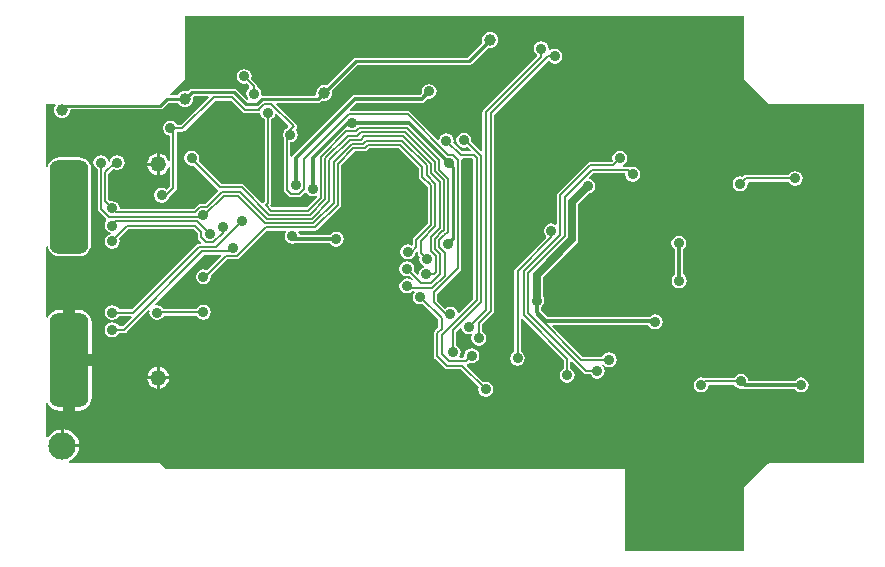
<source format=gbl>
G04 Layer_Physical_Order=2*
G04 Layer_Color=16711680*
%FSLAX25Y25*%
%MOIN*%
G70*
G01*
G75*
%ADD13C,0.01000*%
%ADD96C,0.00700*%
%ADD97C,0.00800*%
%ADD98C,0.01200*%
%ADD108C,0.05200*%
G04:AMPARAMS|DCode=109|XSize=86.61mil|YSize=173.23mil|CornerRadius=4.33mil|HoleSize=0mil|Usage=FLASHONLY|Rotation=180.000|XOffset=0mil|YOffset=0mil|HoleType=Round|Shape=RoundedRectangle|*
%AMROUNDEDRECTD109*
21,1,0.08661,0.16457,0,0,180.0*
21,1,0.07795,0.17323,0,0,180.0*
1,1,0.00866,-0.03898,0.08228*
1,1,0.00866,0.03898,0.08228*
1,1,0.00866,0.03898,-0.08228*
1,1,0.00866,-0.03898,-0.08228*
%
%ADD109ROUNDEDRECTD109*%
G04:AMPARAMS|DCode=110|XSize=129.92mil|YSize=314.96mil|CornerRadius=32.48mil|HoleSize=0mil|Usage=FLASHONLY|Rotation=0.000|XOffset=0mil|YOffset=0mil|HoleType=Round|Shape=RoundedRectangle|*
%AMROUNDEDRECTD110*
21,1,0.12992,0.25000,0,0,0.0*
21,1,0.06496,0.31496,0,0,0.0*
1,1,0.06496,0.03248,-0.12500*
1,1,0.06496,-0.03248,-0.12500*
1,1,0.06496,-0.03248,0.12500*
1,1,0.06496,0.03248,0.12500*
%
%ADD110ROUNDEDRECTD110*%
%ADD111C,0.09100*%
%ADD112C,0.03940*%
%ADD113C,0.03500*%
%ADD114C,0.02559*%
G36*
X81664Y52580D02*
Y52081D01*
X81607Y52024D01*
X81543Y51928D01*
X81444Y51908D01*
X80634Y51366D01*
X80092Y50556D01*
X79902Y49600D01*
X80092Y48644D01*
X80128Y48590D01*
Y31319D01*
X80128Y31319D01*
X80214Y30890D01*
X80457Y30526D01*
X81926Y29057D01*
X81926Y29057D01*
X82290Y28814D01*
X82719Y28728D01*
X82720Y28728D01*
X85280D01*
X85281Y28728D01*
X85710Y28814D01*
X86074Y29057D01*
X87281Y30264D01*
X87779Y30215D01*
X88034Y29834D01*
X88844Y29292D01*
X89800Y29102D01*
X90756Y29292D01*
X90762Y29296D01*
X91295Y29051D01*
X91321Y28835D01*
X87857Y25371D01*
X76343D01*
X75614Y26100D01*
X75657Y26143D01*
X75889Y26490D01*
X75971Y26900D01*
Y54669D01*
X76666Y55134D01*
X77208Y55944D01*
X77286Y56335D01*
X77764Y56480D01*
X81664Y52580D01*
D02*
G37*
G36*
X143378Y41435D02*
Y-5084D01*
X138634Y-9828D01*
X138091Y-9664D01*
X138008Y-9244D01*
X137466Y-8434D01*
X136656Y-7892D01*
X135700Y-7702D01*
X134744Y-7892D01*
X133985Y-8399D01*
X131422Y-5835D01*
Y-3365D01*
X139093Y4307D01*
X139093Y4307D01*
X139336Y4671D01*
X139422Y5100D01*
X139422Y5100D01*
Y41200D01*
X139406Y41278D01*
X139792Y41778D01*
X143035D01*
X143378Y41435D01*
D02*
G37*
G36*
X233429Y68600D02*
X233511Y68190D01*
X233743Y67843D01*
X241543Y60043D01*
X241543Y60043D01*
X241890Y59811D01*
X242300Y59729D01*
X242300Y59729D01*
X273729D01*
Y-59729D01*
X242300D01*
X242300Y-59729D01*
X241890Y-59811D01*
X241543Y-60043D01*
X241543Y-60043D01*
X233743Y-67843D01*
X233511Y-68190D01*
X233429Y-68600D01*
Y-89229D01*
X194000D01*
Y-61900D01*
X41014D01*
X39157Y-60043D01*
X38810Y-59811D01*
X38400Y-59729D01*
X8619D01*
X8519Y-59229D01*
X9199Y-58948D01*
X10358Y-58058D01*
X11248Y-56899D01*
X11807Y-55549D01*
X11932Y-54600D01*
X6400D01*
Y-54100D01*
X5900D01*
Y-48568D01*
X4951Y-48693D01*
X3601Y-49252D01*
X2442Y-50142D01*
X1571Y-51277D01*
X1540Y-51279D01*
X1071Y-51016D01*
Y-39920D01*
X1571Y-39821D01*
X1741Y-40233D01*
X2422Y-41120D01*
X3310Y-41801D01*
X4343Y-42229D01*
X5452Y-42375D01*
X6700D01*
Y-25591D01*
Y-8806D01*
X5452D01*
X4343Y-8952D01*
X3310Y-9380D01*
X2422Y-10061D01*
X1741Y-10948D01*
X1571Y-11360D01*
X1071Y-11261D01*
Y0D01*
Y12293D01*
X1571Y12326D01*
X1606Y12060D01*
X2003Y11100D01*
X2636Y10275D01*
X3461Y9642D01*
X4421Y9244D01*
X5452Y9109D01*
X11948D01*
X12979Y9244D01*
X13939Y9642D01*
X14764Y10275D01*
X15397Y11100D01*
X15794Y12060D01*
X15930Y13091D01*
Y38091D01*
X15794Y39121D01*
X15397Y40082D01*
X14764Y40906D01*
X13939Y41539D01*
X12979Y41937D01*
X11948Y42073D01*
X5452D01*
X4421Y41937D01*
X3461Y41539D01*
X2636Y40906D01*
X2003Y40082D01*
X1606Y39121D01*
X1571Y38855D01*
X1071Y38888D01*
Y59729D01*
X3861D01*
X4108Y59229D01*
X3968Y59047D01*
X3699Y58397D01*
X3607Y57700D01*
X3699Y57003D01*
X3968Y56353D01*
X4396Y55796D01*
X4953Y55368D01*
X5603Y55099D01*
X6300Y55007D01*
X6997Y55099D01*
X7647Y55368D01*
X8204Y55796D01*
X8632Y56353D01*
X8901Y57003D01*
X8993Y57700D01*
X9279Y58026D01*
X39042D01*
X39510Y58120D01*
X39907Y58385D01*
X41799Y60277D01*
X44817D01*
X44868Y60154D01*
X45296Y59596D01*
X45853Y59168D01*
X46503Y58899D01*
X47200Y58807D01*
X47897Y58899D01*
X48546Y59168D01*
X49104Y59596D01*
X49532Y60154D01*
X49801Y60803D01*
X49893Y61500D01*
X49820Y62054D01*
X50129Y62423D01*
X50206Y62476D01*
X54937D01*
X55128Y62015D01*
X45935Y52822D01*
X44597D01*
X44166Y53466D01*
X43356Y54008D01*
X42400Y54198D01*
X41444Y54008D01*
X40634Y53466D01*
X40092Y52656D01*
X39902Y51700D01*
X40092Y50744D01*
X40634Y49934D01*
X41444Y49392D01*
X42278Y49226D01*
Y40790D01*
X41782Y40728D01*
X41420Y41603D01*
X40843Y42355D01*
X40091Y42933D01*
X39215Y43295D01*
X38775Y43353D01*
Y39788D01*
Y36223D01*
X39215Y36281D01*
X40091Y36643D01*
X40843Y37220D01*
X41420Y37973D01*
X41782Y38848D01*
X42278Y38786D01*
Y32365D01*
X41155Y31241D01*
X40456Y31708D01*
X39500Y31898D01*
X38544Y31708D01*
X37734Y31166D01*
X37192Y30356D01*
X37002Y29400D01*
X37192Y28444D01*
X37734Y27634D01*
X38544Y27092D01*
X39500Y26902D01*
X40456Y27092D01*
X41266Y27634D01*
X41808Y28444D01*
X41877Y28791D01*
X44193Y31107D01*
X44193Y31107D01*
X44436Y31471D01*
X44522Y31900D01*
Y50465D01*
X44597Y50578D01*
X46400D01*
X46400Y50578D01*
X46829Y50664D01*
X47193Y50907D01*
X57265Y60978D01*
X62601D01*
X66472Y57107D01*
X66472Y57107D01*
X66836Y56864D01*
X67265Y56778D01*
X67265Y56778D01*
X72050D01*
X72412Y56850D01*
X72592Y55944D01*
X73134Y55134D01*
X73829Y54669D01*
Y27343D01*
X73404Y26918D01*
X73261Y26858D01*
X72748Y26866D01*
X66857Y32757D01*
X66510Y32989D01*
X66100Y33071D01*
X59464D01*
X51761Y40773D01*
X51808Y40844D01*
X51998Y41800D01*
X51808Y42756D01*
X51266Y43566D01*
X50456Y44108D01*
X49500Y44298D01*
X48544Y44108D01*
X47734Y43566D01*
X47192Y42756D01*
X47002Y41800D01*
X47192Y40844D01*
X47734Y40034D01*
X48544Y39492D01*
X49500Y39302D01*
X50087Y39419D01*
X58263Y31243D01*
X58305Y30819D01*
X54057Y26571D01*
X52240D01*
X52240Y26571D01*
X51831Y26489D01*
X51483Y26257D01*
X50156Y24930D01*
X25555D01*
X25498Y25000D01*
X25308Y25956D01*
X24766Y26766D01*
X23956Y27308D01*
X23000Y27498D01*
X22179Y27335D01*
X21671Y27843D01*
Y36557D01*
X23362Y38248D01*
X23744Y37992D01*
X24700Y37802D01*
X25656Y37992D01*
X26466Y38534D01*
X27008Y39344D01*
X27198Y40300D01*
X27008Y41256D01*
X26466Y42066D01*
X25656Y42608D01*
X24700Y42798D01*
X23744Y42608D01*
X22934Y42066D01*
X22392Y41256D01*
X22253Y40555D01*
X22170Y40467D01*
X21603Y40777D01*
X21508Y41256D01*
X20966Y42066D01*
X20156Y42608D01*
X19200Y42798D01*
X18244Y42608D01*
X17434Y42066D01*
X16892Y41256D01*
X16702Y40300D01*
X16892Y39344D01*
X17434Y38534D01*
X18129Y38069D01*
Y24840D01*
X18211Y24430D01*
X18443Y24083D01*
X21009Y21517D01*
X21083Y21368D01*
X21083Y20842D01*
X20692Y20256D01*
X20502Y19300D01*
X20692Y18344D01*
X21234Y17534D01*
X22044Y16992D01*
X22483Y16905D01*
Y16395D01*
X22044Y16308D01*
X21234Y15766D01*
X20692Y14956D01*
X20502Y14000D01*
X20692Y13044D01*
X21234Y12234D01*
X22044Y11692D01*
X23000Y11502D01*
X23956Y11692D01*
X24766Y12234D01*
X25308Y13044D01*
X25498Y14000D01*
X25308Y14956D01*
X25241Y15055D01*
X28265Y18079D01*
X50096D01*
X51506Y16668D01*
Y15325D01*
X51506Y15325D01*
X51591Y14895D01*
X51834Y14532D01*
X52627Y13738D01*
X52436Y13277D01*
X51855D01*
X51855Y13277D01*
X51426Y13191D01*
X51062Y12948D01*
X51062Y12948D01*
X29535Y-8578D01*
X25197D01*
X24766Y-7934D01*
X23956Y-7392D01*
X23000Y-7202D01*
X22044Y-7392D01*
X21234Y-7934D01*
X20692Y-8744D01*
X20502Y-9700D01*
X20692Y-10656D01*
X21234Y-11466D01*
X22044Y-12008D01*
X23000Y-12198D01*
X23956Y-12008D01*
X24766Y-11466D01*
X25197Y-10822D01*
X29338D01*
X29530Y-11283D01*
X26535Y-14278D01*
X25197D01*
X24766Y-13634D01*
X23956Y-13092D01*
X23000Y-12902D01*
X22044Y-13092D01*
X21234Y-13634D01*
X20692Y-14444D01*
X20502Y-15400D01*
X20692Y-16356D01*
X21234Y-17166D01*
X22044Y-17708D01*
X23000Y-17898D01*
X23956Y-17708D01*
X24766Y-17166D01*
X25197Y-16522D01*
X26999D01*
X26999Y-16522D01*
X27428Y-16436D01*
X27792Y-16193D01*
X35043Y-8942D01*
X35504Y-9189D01*
X35402Y-9700D01*
X35592Y-10656D01*
X36134Y-11466D01*
X36944Y-12008D01*
X37900Y-12198D01*
X38856Y-12008D01*
X39666Y-11466D01*
X40164Y-10722D01*
X51203D01*
X51634Y-11366D01*
X52444Y-11908D01*
X53400Y-12098D01*
X54356Y-11908D01*
X55166Y-11366D01*
X55708Y-10556D01*
X55898Y-9600D01*
X55708Y-8644D01*
X55166Y-7834D01*
X54356Y-7292D01*
X53400Y-7102D01*
X52444Y-7292D01*
X51634Y-7834D01*
X51203Y-8478D01*
X40030D01*
X39666Y-7934D01*
X38856Y-7392D01*
X37900Y-7202D01*
X37389Y-7304D01*
X37143Y-6843D01*
X53519Y9533D01*
X59117D01*
X59308Y9071D01*
X54589Y4352D01*
X54356Y4508D01*
X53400Y4698D01*
X52444Y4508D01*
X51634Y3966D01*
X51092Y3156D01*
X50902Y2200D01*
X51092Y1244D01*
X51634Y434D01*
X52444Y-108D01*
X53400Y-298D01*
X54356Y-108D01*
X55166Y434D01*
X55708Y1244D01*
X55898Y2200D01*
X55826Y2561D01*
X61294Y8029D01*
X64580D01*
X64990Y8111D01*
X65338Y8343D01*
X74624Y17629D01*
X80791D01*
X81059Y17129D01*
X80742Y16656D01*
X80552Y15700D01*
X80742Y14744D01*
X81284Y13934D01*
X82094Y13392D01*
X83050Y13202D01*
X84006Y13392D01*
X84129Y13475D01*
X95639D01*
X95934Y13034D01*
X96744Y12492D01*
X97700Y12302D01*
X98656Y12492D01*
X99466Y13034D01*
X100008Y13844D01*
X100198Y14800D01*
X100008Y15756D01*
X99466Y16566D01*
X98656Y17108D01*
X97700Y17298D01*
X96744Y17108D01*
X95934Y16566D01*
X95639Y16126D01*
X85463D01*
X85358Y16656D01*
X85041Y17129D01*
X85309Y17629D01*
X90620D01*
X91029Y17711D01*
X91377Y17943D01*
X98957Y25523D01*
X99189Y25871D01*
X99271Y26280D01*
Y39503D01*
X103797Y44029D01*
X107150D01*
X107560Y44111D01*
X107907Y44343D01*
X108743Y45179D01*
X118449D01*
X125329Y38299D01*
Y35580D01*
X125411Y35171D01*
X125643Y34823D01*
X128229Y32237D01*
Y20023D01*
X123543Y15336D01*
X123311Y14989D01*
X123229Y14579D01*
Y12892D01*
X122729Y12625D01*
X122456Y12808D01*
X121500Y12998D01*
X120544Y12808D01*
X119734Y12266D01*
X119192Y11456D01*
X119002Y10500D01*
X119192Y9544D01*
X119734Y8734D01*
X120544Y8192D01*
X121500Y8002D01*
X122456Y8192D01*
X123266Y8734D01*
X123808Y9544D01*
X123919Y10106D01*
X124468Y10654D01*
X124929Y10462D01*
Y10000D01*
X125011Y9590D01*
X125243Y9243D01*
X125565Y8921D01*
X125402Y8100D01*
X125592Y7144D01*
X126134Y6334D01*
X126846Y5858D01*
X126831Y5453D01*
X126793Y5337D01*
X126644Y5308D01*
X125834Y4766D01*
X125292Y3956D01*
X125138Y3183D01*
X124635Y2979D01*
X123535Y4079D01*
X123698Y4900D01*
X123508Y5856D01*
X122966Y6666D01*
X122156Y7208D01*
X121200Y7398D01*
X120244Y7208D01*
X119434Y6666D01*
X118892Y5856D01*
X118702Y4900D01*
X118892Y3944D01*
X119434Y3134D01*
X120244Y2592D01*
X121200Y2402D01*
X122021Y2565D01*
X123123Y1463D01*
X122804Y1075D01*
X122156Y1508D01*
X121200Y1698D01*
X120244Y1508D01*
X119434Y966D01*
X118892Y156D01*
X118702Y-800D01*
X118892Y-1756D01*
X119434Y-2566D01*
X120244Y-3108D01*
X121200Y-3298D01*
X122156Y-3108D01*
X122966Y-2566D01*
X123030Y-2471D01*
X123508D01*
X123775Y-2971D01*
X123392Y-3544D01*
X123202Y-4500D01*
X123392Y-5456D01*
X123934Y-6266D01*
X124744Y-6808D01*
X125700Y-6998D01*
X126461Y-6847D01*
X131728Y-12115D01*
Y-14612D01*
X130607Y-15734D01*
X130364Y-16098D01*
X130278Y-16527D01*
X130278Y-16527D01*
Y-24300D01*
X130278Y-24300D01*
X130364Y-24729D01*
X130607Y-25093D01*
X133807Y-28293D01*
X133807Y-28293D01*
X134171Y-28536D01*
X134600Y-28622D01*
X139242D01*
X145153Y-34533D01*
X145002Y-35293D01*
X145192Y-36249D01*
X145734Y-37060D01*
X146544Y-37601D01*
X147500Y-37791D01*
X148456Y-37601D01*
X149266Y-37060D01*
X149808Y-36249D01*
X149998Y-35293D01*
X149808Y-34337D01*
X149266Y-33527D01*
X148456Y-32985D01*
X147500Y-32795D01*
X146739Y-32947D01*
X141237Y-27444D01*
X141402Y-26902D01*
X141479Y-26886D01*
X141843Y-26643D01*
X142039Y-26447D01*
X142800Y-26598D01*
X143756Y-26408D01*
X144566Y-25866D01*
X145108Y-25056D01*
X145298Y-24100D01*
X145108Y-23144D01*
X144566Y-22334D01*
X143756Y-21792D01*
X142800Y-21602D01*
X141844Y-21792D01*
X141034Y-22334D01*
X140492Y-23144D01*
X140302Y-24100D01*
X140350Y-24342D01*
X140033Y-24728D01*
X138859D01*
X138592Y-24228D01*
X138908Y-23756D01*
X139098Y-22800D01*
X138908Y-21844D01*
X138366Y-21034D01*
X137722Y-20603D01*
Y-16034D01*
X138936Y-14820D01*
X139414Y-14965D01*
X139492Y-15356D01*
X140034Y-16166D01*
X140844Y-16708D01*
X141800Y-16898D01*
X142710Y-16717D01*
X142833Y-16817D01*
X143044Y-17117D01*
X142892Y-17344D01*
X142702Y-18300D01*
X142892Y-19256D01*
X143434Y-20066D01*
X144244Y-20608D01*
X145200Y-20798D01*
X146156Y-20608D01*
X146966Y-20066D01*
X147508Y-19256D01*
X147698Y-18300D01*
X147508Y-17344D01*
X146966Y-16534D01*
X146322Y-16103D01*
Y-13634D01*
X149993Y-9963D01*
X149993Y-9963D01*
X150236Y-9599D01*
X150322Y-9170D01*
Y56235D01*
X168209Y74123D01*
X168707Y74074D01*
X168734Y74034D01*
X169544Y73492D01*
X170500Y73302D01*
X171456Y73492D01*
X172266Y74034D01*
X172808Y74844D01*
X172998Y75800D01*
X172808Y76756D01*
X172266Y77566D01*
X171456Y78108D01*
X170500Y78298D01*
X169544Y78108D01*
X168881Y77665D01*
X168426Y77937D01*
X168498Y78300D01*
X168308Y79256D01*
X167766Y80066D01*
X166956Y80608D01*
X166000Y80798D01*
X165044Y80608D01*
X164234Y80066D01*
X163692Y79256D01*
X163502Y78300D01*
X163692Y77344D01*
X164234Y76534D01*
X164465Y76379D01*
X164528Y75735D01*
X146707Y57914D01*
X146464Y57551D01*
X146378Y57121D01*
X146378Y57121D01*
Y44382D01*
X145916Y44191D01*
X142633Y47474D01*
X142698Y47800D01*
X142508Y48756D01*
X141966Y49566D01*
X141156Y50108D01*
X140200Y50298D01*
X139244Y50108D01*
X138434Y49566D01*
X137892Y48756D01*
X137702Y47800D01*
X137892Y46844D01*
X138434Y46034D01*
X139244Y45492D01*
X140200Y45302D01*
X141156Y45492D01*
X141328Y45607D01*
X142452Y44484D01*
X142260Y44022D01*
X139565D01*
X136747Y46839D01*
X136898Y47600D01*
X136708Y48556D01*
X136166Y49366D01*
X135356Y49908D01*
X134400Y50098D01*
X133444Y49908D01*
X132634Y49366D01*
X132092Y48556D01*
X132000Y48093D01*
X131457Y47929D01*
X122243Y57143D01*
X121879Y57386D01*
X121450Y57472D01*
X121450Y57472D01*
X102353D01*
X102146Y57972D01*
X104392Y60218D01*
X126143D01*
X126651Y60319D01*
X127081Y60606D01*
X128080Y61605D01*
X128600Y61502D01*
X129556Y61692D01*
X130366Y62234D01*
X130908Y63044D01*
X131098Y64000D01*
X130908Y64956D01*
X130366Y65766D01*
X129556Y66308D01*
X128600Y66498D01*
X127644Y66308D01*
X126834Y65766D01*
X126292Y64956D01*
X126102Y64000D01*
X126205Y63480D01*
X125594Y62869D01*
X103843D01*
X103336Y62768D01*
X102906Y62481D01*
X83163Y42737D01*
X82875Y42307D01*
X82872Y42288D01*
X82372Y42337D01*
Y47079D01*
X82400Y47102D01*
X83356Y47292D01*
X84166Y47834D01*
X84708Y48644D01*
X84898Y49600D01*
X84708Y50556D01*
X84358Y51079D01*
X84293Y51538D01*
X84536Y51901D01*
X84622Y52330D01*
X84536Y52760D01*
X84293Y53124D01*
X77752Y59664D01*
X77943Y60127D01*
X91550D01*
X92018Y60220D01*
X92415Y60485D01*
X92880Y60950D01*
X93003Y60899D01*
X93700Y60807D01*
X94397Y60899D01*
X95047Y61168D01*
X95604Y61596D01*
X96032Y62154D01*
X96301Y62803D01*
X96393Y63500D01*
X96301Y64197D01*
X96250Y64320D01*
X104707Y72777D01*
X141900D01*
X142368Y72870D01*
X142765Y73135D01*
X148180Y78550D01*
X148303Y78499D01*
X149000Y78407D01*
X149697Y78499D01*
X150347Y78768D01*
X150904Y79196D01*
X151332Y79754D01*
X151601Y80403D01*
X151693Y81100D01*
X151601Y81797D01*
X151332Y82446D01*
X150904Y83004D01*
X150347Y83432D01*
X149697Y83701D01*
X149000Y83793D01*
X148303Y83701D01*
X147653Y83432D01*
X147096Y83004D01*
X146668Y82446D01*
X146399Y81797D01*
X146307Y81100D01*
X146399Y80403D01*
X146450Y80280D01*
X141393Y75223D01*
X104200D01*
X103732Y75130D01*
X103335Y74865D01*
X94520Y66050D01*
X94397Y66101D01*
X93700Y66193D01*
X93003Y66101D01*
X92353Y65832D01*
X91796Y65404D01*
X91368Y64846D01*
X91099Y64197D01*
X91007Y63500D01*
X91064Y63065D01*
X90726Y62611D01*
X90653Y62573D01*
X73057D01*
X72638Y63000D01*
X72698Y63300D01*
X72508Y64256D01*
X71966Y65066D01*
X71271Y65531D01*
Y65800D01*
X71189Y66210D01*
X70957Y66557D01*
X70957Y66557D01*
X69335Y68179D01*
X69498Y69000D01*
X69308Y69956D01*
X68766Y70766D01*
X67956Y71308D01*
X67000Y71498D01*
X66044Y71308D01*
X65234Y70766D01*
X64692Y69956D01*
X64502Y69000D01*
X64692Y68044D01*
X65234Y67234D01*
X66044Y66692D01*
X67000Y66502D01*
X67821Y66665D01*
X68746Y65740D01*
X68697Y65242D01*
X68434Y65066D01*
X67892Y64256D01*
X67702Y63300D01*
X67892Y62344D01*
X68289Y61750D01*
X68117Y61199D01*
X68108Y61190D01*
X67997Y61162D01*
X64593Y64565D01*
X64196Y64830D01*
X63728Y64924D01*
X49500D01*
X49032Y64830D01*
X48635Y64565D01*
X48091Y64021D01*
X47897Y64101D01*
X47200Y64193D01*
X46503Y64101D01*
X45853Y63832D01*
X45296Y63404D01*
X44868Y62846D01*
X44817Y62723D01*
X42491D01*
X42300Y63186D01*
X46957Y67843D01*
X46957Y67843D01*
X47189Y68190D01*
X47271Y68600D01*
X47271Y68600D01*
Y89229D01*
X233429D01*
Y68600D01*
D02*
G37*
%LPC*%
G36*
X232600Y-30102D02*
X231644Y-30292D01*
X230834Y-30834D01*
X230403Y-31478D01*
X220500D01*
X220500Y-31478D01*
X220296Y-31519D01*
X220256Y-31492D01*
X219300Y-31302D01*
X218344Y-31492D01*
X217534Y-32034D01*
X216992Y-32844D01*
X216802Y-33800D01*
X216992Y-34756D01*
X217534Y-35566D01*
X218344Y-36108D01*
X219300Y-36298D01*
X220256Y-36108D01*
X221066Y-35566D01*
X221608Y-34756D01*
X221798Y-33800D01*
X221862Y-33722D01*
X230403D01*
X230834Y-34366D01*
X231644Y-34908D01*
X232600Y-35098D01*
X233219Y-34975D01*
X233293Y-35025D01*
X233800Y-35125D01*
X250539D01*
X250834Y-35566D01*
X251644Y-36108D01*
X252600Y-36298D01*
X253556Y-36108D01*
X254366Y-35566D01*
X254908Y-34756D01*
X255098Y-33800D01*
X254908Y-32844D01*
X254366Y-32034D01*
X253556Y-31492D01*
X252600Y-31302D01*
X251644Y-31492D01*
X250834Y-32034D01*
X250539Y-32474D01*
X235073D01*
X234908Y-31644D01*
X234366Y-30834D01*
X233556Y-30292D01*
X232600Y-30102D01*
D02*
G37*
G36*
X37775Y-27907D02*
X37335Y-27965D01*
X36459Y-28327D01*
X35708Y-28905D01*
X35130Y-29656D01*
X34768Y-30532D01*
X34710Y-30972D01*
X37775D01*
Y-27907D01*
D02*
G37*
G36*
X41840Y-31972D02*
X38775D01*
Y-35037D01*
X39215Y-34979D01*
X40091Y-34617D01*
X40843Y-34040D01*
X41420Y-33288D01*
X41782Y-32412D01*
X41840Y-31972D01*
D02*
G37*
G36*
X6900Y-48568D02*
Y-53600D01*
X11932D01*
X11807Y-52651D01*
X11248Y-51301D01*
X10358Y-50142D01*
X9199Y-49252D01*
X7849Y-48693D01*
X6900Y-48568D01*
D02*
G37*
G36*
X16233Y-27591D02*
X10700D01*
Y-42375D01*
X11948D01*
X13057Y-42229D01*
X14090Y-41801D01*
X14978Y-41120D01*
X15659Y-40233D01*
X16087Y-39200D01*
X16233Y-38091D01*
Y-27591D01*
D02*
G37*
G36*
X37775Y-31972D02*
X34710D01*
X34768Y-32412D01*
X35130Y-33288D01*
X35708Y-34040D01*
X36459Y-34617D01*
X37335Y-34979D01*
X37775Y-35037D01*
Y-31972D01*
D02*
G37*
G36*
X38775Y-27907D02*
Y-30972D01*
X41840D01*
X41782Y-30532D01*
X41420Y-29656D01*
X40843Y-28905D01*
X40091Y-28327D01*
X39215Y-27965D01*
X38775Y-27907D01*
D02*
G37*
G36*
X192200Y44198D02*
X191244Y44008D01*
X190434Y43466D01*
X189892Y42656D01*
X189702Y41700D01*
X189853Y40939D01*
X189435Y40522D01*
X182248D01*
X181819Y40436D01*
X181455Y40193D01*
X181455Y40193D01*
X171457Y30195D01*
X171214Y29831D01*
X171128Y29402D01*
X171128Y29402D01*
Y19822D01*
X170687Y19586D01*
X170356Y19808D01*
X169400Y19998D01*
X168444Y19808D01*
X167634Y19266D01*
X167092Y18456D01*
X166902Y17500D01*
X167092Y16544D01*
X167634Y15734D01*
X167679Y15273D01*
X157307Y4901D01*
X157064Y4537D01*
X156978Y4108D01*
X156978Y4108D01*
Y-22803D01*
X156334Y-23234D01*
X155792Y-24044D01*
X155602Y-25000D01*
X155792Y-25956D01*
X156334Y-26766D01*
X157144Y-27308D01*
X158100Y-27498D01*
X159056Y-27308D01*
X159866Y-26766D01*
X160408Y-25956D01*
X160598Y-25000D01*
X160408Y-24044D01*
X159866Y-23234D01*
X159222Y-22803D01*
Y-11930D01*
X159722Y-11722D01*
X173509Y-25510D01*
Y-28353D01*
X172864Y-28784D01*
X172322Y-29594D01*
X172132Y-30550D01*
X172322Y-31506D01*
X172864Y-32316D01*
X173674Y-32858D01*
X174630Y-33048D01*
X175586Y-32858D01*
X176397Y-32316D01*
X176938Y-31506D01*
X177128Y-30550D01*
X176938Y-29594D01*
X176397Y-28784D01*
X175752Y-28353D01*
Y-26285D01*
X176214Y-26093D01*
X180113Y-29993D01*
X180114Y-29993D01*
X180477Y-30236D01*
X180907Y-30322D01*
X182503D01*
X182934Y-30966D01*
X183744Y-31508D01*
X184700Y-31698D01*
X185656Y-31508D01*
X186466Y-30966D01*
X187008Y-30156D01*
X187198Y-29200D01*
X187008Y-28244D01*
X186466Y-27434D01*
X186287Y-27314D01*
X186426Y-26805D01*
X186682Y-26790D01*
X186934Y-27166D01*
X187744Y-27708D01*
X188700Y-27898D01*
X189656Y-27708D01*
X190466Y-27166D01*
X191008Y-26356D01*
X191198Y-25400D01*
X191008Y-24444D01*
X190466Y-23634D01*
X189656Y-23092D01*
X188700Y-22902D01*
X187744Y-23092D01*
X186934Y-23634D01*
X186412Y-24415D01*
X179829D01*
X169702Y-14287D01*
X169893Y-13826D01*
X201739D01*
X202234Y-14566D01*
X203044Y-15108D01*
X204000Y-15298D01*
X204956Y-15108D01*
X205766Y-14566D01*
X206308Y-13756D01*
X206498Y-12800D01*
X206308Y-11844D01*
X205766Y-11034D01*
X204956Y-10492D01*
X204000Y-10302D01*
X203044Y-10492D01*
X202234Y-11034D01*
X202139Y-11174D01*
X168121D01*
X165825Y-8879D01*
Y-7761D01*
X166266Y-7466D01*
X166808Y-6656D01*
X166998Y-5700D01*
X166808Y-4744D01*
X166518Y-4311D01*
Y2064D01*
X177727Y13273D01*
X178165Y13928D01*
X178318Y14700D01*
Y26464D01*
X181945Y30090D01*
X182456Y30192D01*
X183266Y30734D01*
X183808Y31544D01*
X183998Y32500D01*
X183808Y33456D01*
X183266Y34266D01*
X182456Y34808D01*
X182065Y34886D01*
X181920Y35364D01*
X183249Y36694D01*
X193761D01*
X194002Y36400D01*
X194192Y35444D01*
X194734Y34634D01*
X195544Y34092D01*
X196500Y33902D01*
X197456Y34092D01*
X198266Y34634D01*
X198808Y35444D01*
X198998Y36400D01*
X198808Y37356D01*
X198266Y38166D01*
X197456Y38708D01*
X196500Y38898D01*
X195686Y38736D01*
X195514Y38851D01*
X195085Y38937D01*
X195085Y38937D01*
X193306D01*
X193229Y39170D01*
X193223Y39437D01*
X193966Y39934D01*
X194508Y40744D01*
X194698Y41700D01*
X194508Y42656D01*
X193966Y43466D01*
X193156Y44008D01*
X192200Y44198D01*
D02*
G37*
G36*
X250671Y37498D02*
X249715Y37308D01*
X248905Y36766D01*
X248474Y36122D01*
X234100D01*
X234100Y36122D01*
X233671Y36036D01*
X233307Y35793D01*
X233307Y35793D01*
X233094Y35580D01*
X232334Y35732D01*
X231378Y35541D01*
X230567Y35000D01*
X230026Y34190D01*
X229836Y33234D01*
X230026Y32278D01*
X230567Y31467D01*
X231378Y30926D01*
X232334Y30736D01*
X233290Y30926D01*
X234100Y31467D01*
X234642Y32278D01*
X234832Y33234D01*
X234780Y33492D01*
X235098Y33878D01*
X248474D01*
X248905Y33234D01*
X249715Y32692D01*
X250671Y32502D01*
X251627Y32692D01*
X252438Y33234D01*
X252979Y34044D01*
X253169Y35000D01*
X252979Y35956D01*
X252438Y36766D01*
X251627Y37308D01*
X250671Y37498D01*
D02*
G37*
G36*
X37775Y39288D02*
X34710D01*
X34768Y38848D01*
X35130Y37973D01*
X35708Y37220D01*
X36459Y36643D01*
X37335Y36281D01*
X37775Y36223D01*
Y39288D01*
D02*
G37*
G36*
X11948Y-8806D02*
X10700D01*
Y-23591D01*
X16233D01*
Y-13091D01*
X16087Y-11982D01*
X15659Y-10948D01*
X14978Y-10061D01*
X14090Y-9380D01*
X13057Y-8952D01*
X11948Y-8806D01*
D02*
G37*
G36*
X211900Y15898D02*
X210944Y15708D01*
X210134Y15166D01*
X209592Y14356D01*
X209402Y13400D01*
X209592Y12444D01*
X210134Y11634D01*
X210575Y11339D01*
Y2894D01*
X210234Y2666D01*
X209692Y1856D01*
X209502Y900D01*
X209692Y-56D01*
X210234Y-866D01*
X211044Y-1408D01*
X212000Y-1598D01*
X212956Y-1408D01*
X213766Y-866D01*
X214308Y-56D01*
X214498Y900D01*
X214308Y1856D01*
X213766Y2666D01*
X213226Y3028D01*
Y11339D01*
X213666Y11634D01*
X214208Y12444D01*
X214398Y13400D01*
X214208Y14356D01*
X213666Y15166D01*
X212856Y15708D01*
X211900Y15898D01*
D02*
G37*
G36*
X37775Y43353D02*
X37335Y43295D01*
X36459Y42933D01*
X35708Y42355D01*
X35130Y41603D01*
X34768Y40728D01*
X34710Y40288D01*
X37775D01*
Y43353D01*
D02*
G37*
%LPD*%
D13*
X63728Y63700D02*
X67728Y59700D01*
X49500Y63700D02*
X63728D01*
X48500Y62700D02*
X49500Y63700D01*
X39042Y59250D02*
X41292Y61500D01*
X47200D01*
X7850Y59250D02*
X39042D01*
X6300Y57700D02*
X7850Y59250D01*
X73057Y61350D02*
X91550D01*
X71407Y59700D02*
X73057Y61350D01*
X67728Y59700D02*
X71407D01*
X91550Y61350D02*
X93700Y63500D01*
X141900Y74000D02*
X149000Y81100D01*
X104200Y74000D02*
X141900D01*
X135300Y40000D02*
X136600Y38700D01*
Y14900D02*
Y38700D01*
X93700Y63500D02*
X104200Y74000D01*
D96*
X70200Y63300D02*
Y65800D01*
X67000Y69000D02*
X70200Y65800D01*
X49500Y41520D02*
X59020Y32000D01*
X49500Y41520D02*
Y41800D01*
X66100Y32000D02*
X75200Y22900D01*
X59020Y32000D02*
X66100D01*
X74900Y26900D02*
Y56900D01*
X74100Y26100D02*
X74900Y26900D01*
X75200Y22900D02*
X88880D01*
X23000Y25000D02*
X24140Y23860D01*
X20600Y27400D02*
X23000Y25000D01*
X23900Y40300D02*
X24700D01*
X20600Y37000D02*
X23900Y40300D01*
X74100Y26100D02*
X75900Y24300D01*
X98200Y39947D02*
X103353Y45100D01*
X96800Y40527D02*
X102773Y46500D01*
X95400Y41106D02*
X102194Y47900D01*
X95400Y27440D02*
Y41106D01*
X94000Y41686D02*
X101614Y49300D01*
X92600Y42266D02*
X101034Y50700D01*
X92600Y28600D02*
Y42266D01*
X131000Y3900D02*
Y9080D01*
X130100Y3000D02*
X131000Y3900D01*
X127600Y3000D02*
X130100D01*
X132000Y37900D02*
Y41062D01*
X121212Y51850D02*
X132000Y41062D01*
X130600Y37320D02*
Y40483D01*
X120633Y50450D02*
X130600Y40483D01*
X129200Y36740D02*
Y39903D01*
X120053Y49050D02*
X129200Y39903D01*
X127800Y36160D02*
Y39323D01*
X119473Y47650D02*
X127800Y39323D01*
X126400Y35580D02*
Y38743D01*
X118893Y46250D02*
X126400Y38743D01*
X132000Y37900D02*
X134950Y34950D01*
X130600Y37320D02*
X133550Y34370D01*
X129200Y36740D02*
X132150Y33790D01*
X127800Y36160D02*
X130750Y33210D01*
X126400Y35580D02*
X129300Y32680D01*
X132000Y14360D02*
X133640Y16000D01*
X133740D01*
X134950Y17210D01*
Y34950D01*
X130600Y14940D02*
X133060Y17400D01*
X133160D01*
X133550Y17790D01*
Y34370D01*
X129200Y15520D02*
X132150Y18470D01*
Y33790D01*
X126000Y14299D02*
X130750Y19049D01*
Y33210D01*
X124300Y14579D02*
X129300Y19579D01*
Y32680D01*
X132000Y12040D02*
Y14360D01*
X130600Y11460D02*
Y14940D01*
X129200Y10880D02*
Y15520D01*
X108300Y46250D02*
X118893D01*
X107580Y47650D02*
X119473D01*
X107000Y49050D02*
X120053D01*
X105890Y50450D02*
X120633D01*
X105310Y51850D02*
X121212D01*
X132400Y3230D02*
Y9660D01*
X129270Y100D02*
X132400Y3230D01*
X126000Y100D02*
X129270D01*
X133800Y2651D02*
Y10240D01*
X129749Y-1400D02*
X133800Y2651D01*
X121800Y-1400D02*
X129749D01*
X126000Y10000D02*
X127900Y8100D01*
X126000Y10000D02*
Y14299D01*
X129200Y10880D02*
X131000Y9080D01*
X130600Y11460D02*
X132400Y9660D01*
X132000Y12040D02*
X133800Y10240D01*
X122800Y10500D02*
X124300Y12000D01*
Y14579D01*
X121200Y-800D02*
X121800Y-1400D01*
X121200Y4900D02*
X126000Y100D01*
X121500Y10500D02*
X122800D01*
X65520Y30600D02*
X74620Y21500D01*
X64940Y29200D02*
X74040Y20100D01*
X60851Y9100D02*
X64580D01*
X94000Y28020D02*
Y41686D01*
X96800Y26860D02*
Y40527D01*
X98200Y26280D02*
Y39947D01*
X60200Y29200D02*
X64940D01*
X59600Y30600D02*
X65520D01*
X53951Y2200D02*
X60851Y9100D01*
X53680Y22700D02*
X60140Y29160D01*
X104160Y50700D02*
X105310Y51850D01*
X101034Y50700D02*
X104160D01*
X104740Y49300D02*
X105890Y50450D01*
X101614Y49300D02*
X104740D01*
X105850Y47900D02*
X107000Y49050D01*
X102194Y47900D02*
X105850D01*
X106430Y46500D02*
X107580Y47650D01*
X102773Y46500D02*
X106430D01*
X107150Y45100D02*
X108300Y46250D01*
X103353Y45100D02*
X107150D01*
X53400Y22700D02*
X53680D01*
X54500Y25500D02*
X59600Y30600D01*
X53400Y2200D02*
X53951D01*
X20600Y27400D02*
Y37000D01*
X19200Y24840D02*
X21840Y22200D01*
X19200Y24840D02*
Y40300D01*
X52240Y25500D02*
X54500D01*
X50600Y23860D02*
X52240Y25500D01*
X52900Y22200D02*
X53400Y22700D01*
X24140Y23860D02*
X50600D01*
X21840Y22200D02*
X52900D01*
X64580Y9100D02*
X74180Y18700D01*
X90620D01*
X98200Y26280D01*
X74040Y20100D02*
X90040D01*
X96800Y26860D01*
X74620Y21500D02*
X89460D01*
X95400Y27440D01*
X88880Y22900D02*
X94000Y28020D01*
X75900Y24300D02*
X88300D01*
X92600Y28600D01*
D97*
X63065Y62100D02*
X67265Y57900D01*
X56800Y62100D02*
X63065D01*
X46400Y51700D02*
X56800Y62100D01*
X43400Y31900D02*
Y50600D01*
X40900Y29400D02*
X43400Y31900D01*
X73720Y59750D02*
X76081D01*
X72050Y58081D02*
X73720Y59750D01*
X72050Y57900D02*
Y58081D01*
X67265Y57900D02*
X72050D01*
X81250Y48750D02*
X82100Y49600D01*
X82400D01*
Y51231D01*
X83500Y52330D01*
X76081Y59750D02*
X83500Y52330D01*
X39500Y29400D02*
X40900D01*
X42400Y51700D02*
X46400D01*
X22800Y14200D02*
X27800Y19200D01*
X168300Y75800D02*
X170500D01*
X149200Y56700D02*
X168300Y75800D01*
X147500Y57121D02*
X166000Y75621D01*
X179364Y-25536D02*
X188564D01*
X174630Y-30550D02*
Y-25045D01*
X189900Y39400D02*
X192200Y41700D01*
X182248Y39400D02*
X189900D01*
X182785Y37815D02*
X195085D01*
X86950Y31519D02*
Y41480D01*
X101820Y56350D01*
X145200Y-18300D02*
Y-13170D01*
X149200Y-9170D01*
X140721Y47800D02*
X146000Y42521D01*
Y-6169D02*
Y42521D01*
X143500Y42900D02*
X144500Y41900D01*
X134400Y47600D02*
X139100Y42900D01*
X143500D01*
X136650Y42850D02*
X138300Y41200D01*
Y5100D02*
Y41200D01*
X134950Y42850D02*
X136650D01*
X121450Y56350D02*
X134950Y42850D01*
X101820Y56350D02*
X121450D01*
X130300Y-2900D02*
X138300Y5100D01*
X130300Y-6300D02*
Y-2900D01*
Y-6300D02*
X134200Y-10200D01*
X135700D01*
X132900Y-17148D02*
X144500Y-5548D01*
X136600Y-15570D02*
X146000Y-6169D01*
X141800Y-14400D02*
X147500Y-8700D01*
X132850Y-15077D02*
Y-11650D01*
X125700Y-4500D02*
X132850Y-11650D01*
X30000Y-9700D02*
X51855Y12155D01*
X23000Y-9700D02*
X30000D01*
X51855Y12155D02*
X57455D01*
X220500Y-32600D02*
X232600D01*
X219300Y-33800D02*
X220500Y-32600D01*
X232334Y33234D02*
X234100Y35000D01*
X250671D01*
X147500Y-8700D02*
Y57121D01*
X149200Y-9170D02*
Y56700D01*
X81250Y31319D02*
Y48750D01*
X139707Y-27500D02*
X147500Y-35293D01*
X134600Y-27500D02*
X139707D01*
X131400Y-24300D02*
X134600Y-27500D01*
X135250Y-25850D02*
X141050D01*
X132900Y-23500D02*
X135250Y-25850D01*
X131400Y-24300D02*
Y-16527D01*
X132900Y-23500D02*
Y-17148D01*
X141050Y-25850D02*
X142800Y-24100D01*
X136600Y-22800D02*
Y-15570D01*
X131400Y-16527D02*
X132850Y-15077D01*
X144500Y-5548D02*
Y41900D01*
X53054Y10655D02*
X61955D01*
X63200Y11900D01*
X59900Y16897D02*
Y18800D01*
X26999Y-15400D02*
X53054Y10655D01*
X23000Y-15400D02*
X26999D01*
X37900Y-9700D02*
X38000Y-9600D01*
X180907Y-29200D02*
X184700D01*
X57455Y12155D02*
X66200Y20900D01*
X56658Y13655D02*
X59900Y16897D01*
X54297Y13655D02*
X56658D01*
X52627Y15325D02*
Y17133D01*
Y15325D02*
X54297Y13655D01*
X195085Y37815D02*
X196500Y36400D01*
X38000Y-9600D02*
X53400D01*
X27800Y19200D02*
X50560D01*
X52627Y17133D01*
X24400Y20700D02*
X51283D01*
X23000Y19300D02*
X24400Y20700D01*
X51283D02*
X55477Y16505D01*
X172250Y29402D02*
X182248Y39400D01*
X173921Y28951D02*
X182785Y37815D01*
X172250Y16137D02*
Y29402D01*
X169400Y15408D02*
Y17500D01*
X173921Y15686D02*
Y28951D01*
X158100Y4108D02*
X169400Y15408D01*
X160100Y3986D02*
X172250Y16137D01*
X161600Y3365D02*
X173921Y15686D01*
X158100Y-25000D02*
Y4108D01*
X160100Y-10515D02*
Y3986D01*
X161600Y-9893D02*
Y3365D01*
X164500Y-10672D02*
Y-9428D01*
X160100Y-10515D02*
X174630Y-25045D01*
X161600Y-9893D02*
X180907Y-29200D01*
X164500Y-10672D02*
X179364Y-25536D01*
X81250Y31319D02*
X82719Y29850D01*
X85281D01*
X86950Y31519D01*
X140200Y47800D02*
X140721D01*
X42350Y51650D02*
X43400Y50600D01*
X166000Y75621D02*
Y78300D01*
D98*
X126143Y61543D02*
X128600Y64000D01*
X164500Y-9428D02*
X167572Y-12500D01*
X164500Y-9428D02*
Y-5700D01*
X211900Y900D02*
Y13400D01*
X84100Y41800D02*
X103843Y61543D01*
X135300Y40000D02*
Y40096D01*
X121896Y53500D02*
X135300Y40096D01*
X103000Y53500D02*
X121896D01*
X103843Y61543D02*
X126143D01*
X134800Y13200D02*
X134900D01*
X136600Y14900D01*
X232600Y-32600D02*
X233800Y-33800D01*
X252600D01*
X101500Y53500D02*
X103000D01*
X89800Y41800D02*
X101500Y53500D01*
X83100Y14800D02*
X97700D01*
X84100Y32700D02*
Y41800D01*
X89800Y31600D02*
Y41800D01*
X167572Y-12500D02*
X204000D01*
D108*
X38275Y39788D02*
D03*
Y-31472D02*
D03*
D109*
X228836Y80513D02*
D03*
X208364D02*
D03*
Y-80513D02*
D03*
X228836D02*
D03*
D110*
X8700Y-25591D02*
D03*
Y25591D02*
D03*
D111*
X6400Y-54100D02*
D03*
D112*
X47200Y61500D02*
D03*
X6300Y57700D02*
D03*
X149000Y81100D02*
D03*
X93700Y63500D02*
D03*
D113*
X62000Y69000D02*
D03*
X70200Y63300D02*
D03*
X82400Y49600D02*
D03*
X59200Y46532D02*
D03*
X56416Y49316D02*
D03*
X53632Y52100D02*
D03*
X59200Y52100D02*
D03*
X56416Y54884D02*
D03*
X64768Y52100D02*
D03*
X61984Y54884D02*
D03*
X59200Y57668D02*
D03*
X61984Y49316D02*
D03*
X67000Y69000D02*
D03*
X39500Y29400D02*
D03*
X49500Y41800D02*
D03*
X74900Y56900D02*
D03*
X106200Y69900D02*
D03*
X160300Y60900D02*
D03*
X151000Y70700D02*
D03*
X197800Y71300D02*
D03*
X170500Y75800D02*
D03*
X8800Y44300D02*
D03*
X143700Y81700D02*
D03*
X107400Y79100D02*
D03*
X89200Y78000D02*
D03*
X128600Y64000D02*
D03*
X212000Y900D02*
D03*
X204000Y-12800D02*
D03*
X192200Y41700D02*
D03*
X164500Y-5700D02*
D03*
X24700Y40300D02*
D03*
X86300Y27100D02*
D03*
X88200Y50500D02*
D03*
X135300Y40000D02*
D03*
X134400Y47600D02*
D03*
X127900Y8100D02*
D03*
X127600Y3000D02*
D03*
X134800Y13200D02*
D03*
X141400Y29400D02*
D03*
X152780Y24295D02*
D03*
X121500Y10500D02*
D03*
X134400Y-4000D02*
D03*
X135700Y-10200D02*
D03*
X141800Y-14400D02*
D03*
X164700Y19200D02*
D03*
X121200Y4900D02*
D03*
Y-800D02*
D03*
X125700Y-4500D02*
D03*
X188700Y-25400D02*
D03*
X23000Y14000D02*
D03*
Y-9700D02*
D03*
X252600Y-33800D02*
D03*
X250671Y35000D02*
D03*
X232600Y-32600D02*
D03*
X83050Y15700D02*
D03*
X79600Y27700D02*
D03*
X142800Y-24100D02*
D03*
X136600Y-22800D02*
D03*
X147500Y-35293D02*
D03*
X211900Y13400D02*
D03*
X145200Y-18300D02*
D03*
X152800Y617D02*
D03*
X152800Y51200D02*
D03*
X169300Y47300D02*
D03*
X174630Y-30550D02*
D03*
X97700Y14800D02*
D03*
X181031Y51185D02*
D03*
X204661Y51207D02*
D03*
X228275D02*
D03*
X255200Y51100D02*
D03*
X255175Y24348D02*
D03*
X255194Y670D02*
D03*
X255186Y-22957D02*
D03*
X254900Y-51000D02*
D03*
X228268Y-51196D02*
D03*
X204653D02*
D03*
X153000Y-51000D02*
D03*
X181023Y-51218D02*
D03*
X152791Y-23010D02*
D03*
X42900Y57900D02*
D03*
X63200Y11900D02*
D03*
X59900Y18800D02*
D03*
X53400Y22700D02*
D03*
X23000Y-15400D02*
D03*
X37900Y-9700D02*
D03*
X53400Y2200D02*
D03*
X19200Y40300D02*
D03*
X103000Y53500D02*
D03*
X184700Y-29200D02*
D03*
X181500Y32500D02*
D03*
X66200Y20900D02*
D03*
X55477Y16505D02*
D03*
X232334Y33234D02*
D03*
X196500Y36400D02*
D03*
X219300Y-33800D02*
D03*
X53400Y-9600D02*
D03*
X23000Y25000D02*
D03*
Y19300D02*
D03*
X213200Y-68400D02*
D03*
X194700Y17000D02*
D03*
X167100Y-31300D02*
D03*
X210100Y-12600D02*
D03*
X158100Y-25000D02*
D03*
X42400Y51700D02*
D03*
X199600Y-6500D02*
D03*
X121654Y22575D02*
D03*
Y26905D02*
D03*
Y31236D02*
D03*
Y35567D02*
D03*
X117323D02*
D03*
Y31236D02*
D03*
Y26905D02*
D03*
Y22575D02*
D03*
X112993D02*
D03*
Y26905D02*
D03*
Y31236D02*
D03*
Y35567D02*
D03*
X108662D02*
D03*
Y31236D02*
D03*
Y26905D02*
D03*
Y22575D02*
D03*
X169400Y17500D02*
D03*
X238300Y18700D02*
D03*
X247200Y5500D02*
D03*
X226500Y32100D02*
D03*
X219500D02*
D03*
X213000Y26300D02*
D03*
X200000Y26400D02*
D03*
X213000Y31400D02*
D03*
X206100D02*
D03*
X200000D02*
D03*
X226400Y-400D02*
D03*
X231900Y-2400D02*
D03*
X236800Y-5500D02*
D03*
X238300Y-11000D02*
D03*
X238600Y-17400D02*
D03*
X232000Y-8900D02*
D03*
X224400Y-8400D02*
D03*
X217900Y-8600D02*
D03*
X217800Y-3600D02*
D03*
X250200Y9700D02*
D03*
X253200Y13900D02*
D03*
X249800Y900D02*
D03*
X253600Y-11000D02*
D03*
X234300Y-27200D02*
D03*
X228300Y-28500D02*
D03*
X200000Y-23700D02*
D03*
X212400D02*
D03*
X249900Y-42000D02*
D03*
X246200Y-46000D02*
D03*
X222900Y-60200D02*
D03*
X214200D02*
D03*
X209700Y-63500D02*
D03*
X218700Y-57100D02*
D03*
X219100Y-46100D02*
D03*
X225100Y-46000D02*
D03*
X231100D02*
D03*
X237100Y-46200D02*
D03*
X174600Y-16300D02*
D03*
X222600Y60400D02*
D03*
X219800Y56200D02*
D03*
X215100Y59500D02*
D03*
X233900Y-63800D02*
D03*
X229400Y-67300D02*
D03*
X41900Y-58400D02*
D03*
X47900D02*
D03*
X53900D02*
D03*
X59900D02*
D03*
X65900D02*
D03*
X71900D02*
D03*
X77900D02*
D03*
X83900D02*
D03*
X89900D02*
D03*
X95900D02*
D03*
X111300Y-56900D02*
D03*
X117300D02*
D03*
X123300D02*
D03*
X129300D02*
D03*
X135300D02*
D03*
X141300D02*
D03*
X147300D02*
D03*
X153300D02*
D03*
X159300D02*
D03*
X165300D02*
D03*
X111200Y-14900D02*
D03*
Y-20900D02*
D03*
Y-26900D02*
D03*
Y-32900D02*
D03*
Y-38900D02*
D03*
Y-44900D02*
D03*
Y-50900D02*
D03*
X117400Y-51000D02*
D03*
Y-45000D02*
D03*
Y-39000D02*
D03*
Y-33000D02*
D03*
Y-27000D02*
D03*
X92800Y-52000D02*
D03*
Y-46000D02*
D03*
Y-27400D02*
D03*
Y-21400D02*
D03*
X55100Y-21900D02*
D03*
Y-27900D02*
D03*
Y-33900D02*
D03*
Y-39900D02*
D03*
Y-45900D02*
D03*
Y-51900D02*
D03*
X99800Y-44500D02*
D03*
Y-50500D02*
D03*
X85100Y-21100D02*
D03*
X79100Y-21400D02*
D03*
X73100D02*
D03*
X61100Y-21100D02*
D03*
X67100Y-21400D02*
D03*
X92800Y-33400D02*
D03*
X49500Y-52300D02*
D03*
Y-46300D02*
D03*
X43900Y-52300D02*
D03*
Y-46300D02*
D03*
X99800Y-33200D02*
D03*
Y-20600D02*
D03*
X207300Y-56800D02*
D03*
X201300Y-56900D02*
D03*
X195300D02*
D03*
X189300D02*
D03*
X183300D02*
D03*
X177300D02*
D03*
X171300D02*
D03*
X213400Y67100D02*
D03*
X210400Y62800D02*
D03*
X238700Y-59900D02*
D03*
X242600Y-56100D02*
D03*
X228667Y68519D02*
D03*
X233226Y64550D02*
D03*
X242128Y56676D02*
D03*
X237900Y60500D02*
D03*
X262800Y-54000D02*
D03*
Y-48000D02*
D03*
Y-42000D02*
D03*
Y-36000D02*
D03*
Y-30000D02*
D03*
Y-24000D02*
D03*
Y-18000D02*
D03*
Y-12000D02*
D03*
Y-6000D02*
D03*
Y0D02*
D03*
Y6000D02*
D03*
Y12000D02*
D03*
Y18000D02*
D03*
Y24000D02*
D03*
Y30000D02*
D03*
Y36000D02*
D03*
Y42000D02*
D03*
Y48000D02*
D03*
Y54000D02*
D03*
X250300Y-57200D02*
D03*
X256300D02*
D03*
X249800Y57200D02*
D03*
X255800D02*
D03*
X159300Y-45000D02*
D03*
X165300D02*
D03*
X171300D02*
D03*
X177300D02*
D03*
X183300D02*
D03*
X189300D02*
D03*
X195300D02*
D03*
X201300D02*
D03*
X207300D02*
D03*
X169100Y-51300D02*
D03*
X192800Y-51200D02*
D03*
X216500Y-51600D02*
D03*
X216400Y51000D02*
D03*
X209200Y51200D02*
D03*
X223100D02*
D03*
X233400D02*
D03*
X246600Y51300D02*
D03*
X250782Y51199D02*
D03*
X199900Y51300D02*
D03*
X247500Y-51200D02*
D03*
X233000D02*
D03*
X223500D02*
D03*
X209300D02*
D03*
X200100D02*
D03*
X185800D02*
D03*
X176300Y-51300D02*
D03*
X162800Y-51200D02*
D03*
X157903Y-51220D02*
D03*
X185700Y51200D02*
D03*
X152900Y-45100D02*
D03*
X255207Y-46137D02*
D03*
X176400Y51200D02*
D03*
X255200Y19900D02*
D03*
Y29100D02*
D03*
X255196Y46791D02*
D03*
X255200Y42600D02*
D03*
Y5400D02*
D03*
Y-4100D02*
D03*
Y-18200D02*
D03*
Y-27500D02*
D03*
Y-41600D02*
D03*
X257700Y-35700D02*
D03*
X77000Y-52500D02*
D03*
X71000D02*
D03*
X38000Y-46500D02*
D03*
Y-52500D02*
D03*
X209500Y-34000D02*
D03*
X128700Y69700D02*
D03*
X255600Y36800D02*
D03*
X176013Y-2362D02*
D03*
X180738Y-7087D02*
D03*
X190187Y7087D02*
D03*
X180738D02*
D03*
X185462D02*
D03*
X180738Y-2362D02*
D03*
X176013Y-7087D02*
D03*
Y2362D02*
D03*
Y7087D02*
D03*
X190187Y2362D02*
D03*
X185462D02*
D03*
X180738D02*
D03*
X185462Y-2362D02*
D03*
X190187D02*
D03*
Y-7087D02*
D03*
X185462D02*
D03*
X77700Y15500D02*
D03*
X84100Y32700D02*
D03*
X89800Y31600D02*
D03*
X140200Y47800D02*
D03*
X166000Y78300D02*
D03*
D114*
X176300Y27300D02*
X181500Y32500D01*
X164500Y-5700D02*
Y2900D01*
X176300Y14700D01*
Y27300D01*
M02*

</source>
